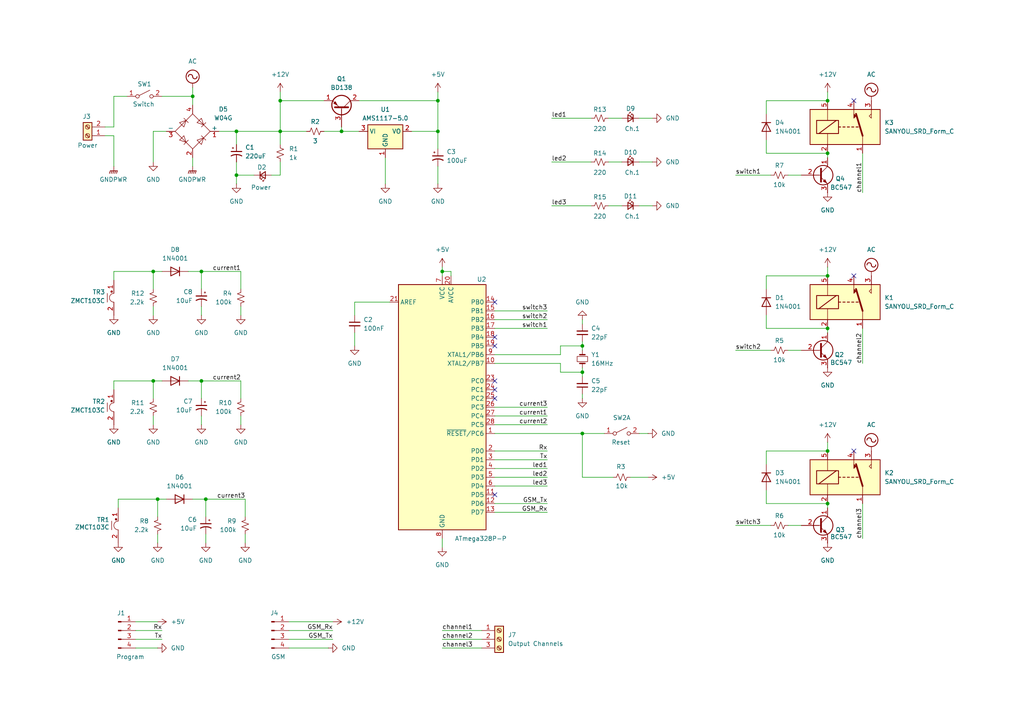
<source format=kicad_sch>
(kicad_sch (version 20231120) (generator "eeschema") (generator_version "8.0")
  (paper "A4")
  (lib_symbols
    (symbol "Connector:Conn_01x04_Pin" (pin_names (offset 1.016) hide)
      (property "Reference" "J" (at 0 5.08 0))
      (property "Value" "Conn_01x04_Pin" (at 0 -7.62 0))
      (symbol "Conn_01x04_Pin_1_1"
        (pin passive line (at 5.08 2.54 180) (length 3.81) (name "Pin_1") (number "1"))
        (pin passive line (at 5.08 0 180) (length 3.81) (name "Pin_2") (number "2"))
        (pin passive line (at 5.08 -2.54 180) (length 3.81) (name "Pin_3") (number "3"))
        (pin passive line (at 5.08 -5.08 180) (length 3.81) (name "Pin_4") (number "4"))
      )
    )
    (symbol "Connector:Screw_Terminal_01x02" (pin_names (offset 1.016) hide)
      (property "Reference" "J" (at 0 2.54 0))
      (property "Value" "Screw_Terminal_01x02" (at 0 -5.08 0))
      (symbol "Screw_Terminal_01x02_1_1"
        (pin passive line (at -5.08 0 0) (length 3.81) (name "Pin_1") (number "1"))
        (pin passive line (at -5.08 -2.54 0) (length 3.81) (name "Pin_2") (number "2"))
      )
    )
    (symbol "Connector:Screw_Terminal_01x03" (pin_names (offset 1.016) hide)
      (property "Reference" "J" (at 0 5.08 0))
      (property "Value" "Screw_Terminal_01x03" (at 0 -5.08 0))
      (symbol "Screw_Terminal_01x03_1_1"
        (pin passive line (at -5.08 2.54 0) (length 3.81) (name "Pin_1") (number "1"))
        (pin passive line (at -5.08 0 0) (length 3.81) (name "Pin_2") (number "2"))
        (pin passive line (at -5.08 -2.54 0) (length 3.81) (name "Pin_3") (number "3"))
      )
    )
    (symbol "Device:C_Polarized_Small_US" (pin_numbers hide) (pin_names (offset 0.254) hide)
      (property "Reference" "C" (at 0.254 1.778 0))
      (property "Value" "C_Polarized_Small_US" (at 0.254 -2.032 0))
      (symbol "C_Polarized_Small_US_1_1"
        (pin passive line (at 0 2.54 270) (length 2.032) (name "~") (number "1"))
        (pin passive line (at 0 -2.54 90) (length 2.032) (name "~") (number "2"))
      )
    )
    (symbol "Device:C_Small" (pin_numbers hide) (pin_names (offset 0.254) hide)
      (property "Reference" "C" (at 0.254 1.778 0))
      (property "Value" "C_Small" (at 0.254 -2.032 0))
      (symbol "C_Small_1_1"
        (pin passive line (at 0 2.54 270) (length 2.032) (name "~") (number "1"))
        (pin passive line (at 0 -2.54 90) (length 2.032) (name "~") (number "2"))
      )
    )
    (symbol "Device:Crystal_Small" (pin_numbers hide) (pin_names (offset 1.016) hide)
      (property "Reference" "Y" (at 0 2.54 0))
      (property "Value" "Crystal_Small" (at 0 -2.54 0))
      (symbol "Crystal_Small_1_1"
        (pin passive line (at -2.54 0 0) (length 1.27) (name "1") (number "1"))
        (pin passive line (at 2.54 0 180) (length 1.27) (name "2") (number "2"))
      )
    )
    (symbol "Device:LED_Small" (pin_numbers hide) (pin_names (offset 0.254) hide)
      (property "Reference" "D" (at -1.27 3.175 0))
      (property "Value" "LED_Small" (at -4.445 -2.54 0))
      (symbol "LED_Small_1_1"
        (pin passive line (at -2.54 0 0) (length 1.778) (name "K") (number "1"))
        (pin passive line (at 2.54 0 180) (length 1.778) (name "A") (number "2"))
      )
    )
    (symbol "Device:R_Small_US" (pin_numbers hide) (pin_names (offset 0.254) hide)
      (property "Reference" "R" (at 0.762 0.508 0))
      (property "Value" "R_Small_US" (at 0.762 -1.016 0))
      (symbol "R_Small_US_1_1"
        (pin passive line (at 0 2.54 270) (length 1.016) (name "~") (number "1"))
        (pin passive line (at 0 -2.54 90) (length 1.016) (name "~") (number "2"))
      )
    )
    (symbol "Diode:1N4001" (pin_numbers hide) (pin_names hide)
      (property "Reference" "D" (at 0 2.54 0))
      (property "Value" "1N4001" (at 0 -2.54 0))
      (symbol "1N4001_1_1"
        (pin passive line (at -3.81 0 0) (length 2.54) (name "K") (number "1"))
        (pin passive line (at 3.81 0 180) (length 2.54) (name "A") (number "2"))
      )
    )
    (symbol "Diode_Bridge:W04G" (pin_names (offset 0))
      (property "Reference" "D" (at 2.54 6.985 0))
      (property "Value" "W04G" (at 2.54 5.08 0))
      (symbol "W04G_1_1"
        (pin passive line (at 7.62 0 180) (length 2.54) (name "+") (number "1"))
        (pin passive line (at 0 -7.62 90) (length 2.54) (name "~") (number "2"))
        (pin passive line (at -7.62 0 0) (length 2.54) (name "-") (number "3"))
        (pin passive line (at 0 7.62 270) (length 2.54) (name "~") (number "4"))
      )
    )
    (symbol "MCU_Microchip_ATmega:ATmega328P-P"
      (property "Reference" "U" (at -12.7 36.83 0))
      (property "Value" "ATmega328P-P" (at 2.54 -36.83 0))
      (symbol "ATmega328P-P_1_1"
        (pin bidirectional line (at 15.24 -7.62 180) (length 2.54) (name "~{RESET}/PC6") (number "1"))
        (pin bidirectional line (at 15.24 12.7 180) (length 2.54) (name "XTAL2/PB7") (number "10"))
        (pin bidirectional line (at 15.24 -25.4 180) (length 2.54) (name "PD5") (number "11"))
        (pin bidirectional line (at 15.24 -27.94 180) (length 2.54) (name "PD6") (number "12"))
        (pin bidirectional line (at 15.24 -30.48 180) (length 2.54) (name "PD7") (number "13"))
        (pin bidirectional line (at 15.24 30.48 180) (length 2.54) (name "PB0") (number "14"))
        (pin bidirectional line (at 15.24 27.94 180) (length 2.54) (name "PB1") (number "15"))
        (pin bidirectional line (at 15.24 25.4 180) (length 2.54) (name "PB2") (number "16"))
        (pin bidirectional line (at 15.24 22.86 180) (length 2.54) (name "PB3") (number "17"))
        (pin bidirectional line (at 15.24 20.32 180) (length 2.54) (name "PB4") (number "18"))
        (pin bidirectional line (at 15.24 17.78 180) (length 2.54) (name "PB5") (number "19"))
        (pin bidirectional line (at 15.24 -12.7 180) (length 2.54) (name "PD0") (number "2"))
        (pin power_in line (at 2.54 38.1 270) (length 2.54) (name "AVCC") (number "20"))
        (pin passive line (at -15.24 30.48 0) (length 2.54) (name "AREF") (number "21"))
        (pin passive line (at 0 -38.1 90) (length 2.54) hide (name "GND") (number "22"))
        (pin bidirectional line (at 15.24 7.62 180) (length 2.54) (name "PC0") (number "23"))
        (pin bidirectional line (at 15.24 5.08 180) (length 2.54) (name "PC1") (number "24"))
        (pin bidirectional line (at 15.24 2.54 180) (length 2.54) (name "PC2") (number "25"))
        (pin bidirectional line (at 15.24 0 180) (length 2.54) (name "PC3") (number "26"))
        (pin bidirectional line (at 15.24 -2.54 180) (length 2.54) (name "PC4") (number "27"))
        (pin bidirectional line (at 15.24 -5.08 180) (length 2.54) (name "PC5") (number "28"))
        (pin bidirectional line (at 15.24 -15.24 180) (length 2.54) (name "PD1") (number "3"))
        (pin bidirectional line (at 15.24 -17.78 180) (length 2.54) (name "PD2") (number "4"))
        (pin bidirectional line (at 15.24 -20.32 180) (length 2.54) (name "PD3") (number "5"))
        (pin bidirectional line (at 15.24 -22.86 180) (length 2.54) (name "PD4") (number "6"))
        (pin power_in line (at 0 38.1 270) (length 2.54) (name "VCC") (number "7"))
        (pin power_in line (at 0 -38.1 90) (length 2.54) (name "GND") (number "8"))
        (pin bidirectional line (at 15.24 15.24 180) (length 2.54) (name "XTAL1/PB6") (number "9"))
      )
    )
    (symbol "Regulator_Linear:AMS1117-5.0"
      (property "Reference" "U" (at -3.81 3.175 0))
      (property "Value" "AMS1117-5.0" (at 0 3.175 0))
      (symbol "AMS1117-5.0_1_1"
        (pin power_in line (at 0 -7.62 90) (length 2.54) (name "GND") (number "1"))
        (pin power_out line (at 7.62 0 180) (length 2.54) (name "VO") (number "2"))
        (pin power_in line (at -7.62 0 0) (length 2.54) (name "VI") (number "3"))
      )
    )
    (symbol "Relay:SANYOU_SRD_Form_C"
      (property "Reference" "K" (at 11.43 3.81 0))
      (property "Value" "SANYOU_SRD_Form_C" (at 11.43 1.27 0))
      (symbol "SANYOU_SRD_Form_C_1_1"
        (pin passive line (at 5.08 -7.62 90) (length 2.54) (name "~") (number "1"))
        (pin passive line (at -5.08 -7.62 90) (length 2.54) (name "~") (number "2"))
        (pin passive line (at 7.62 7.62 270) (length 2.54) (name "~") (number "3"))
        (pin passive line (at 2.54 7.62 270) (length 2.54) (name "~") (number "4"))
        (pin passive line (at -5.08 7.62 270) (length 2.54) (name "~") (number "5"))
      )
    )
    (symbol "Switch:SW_DPST_x2" (pin_names (offset 0) hide)
      (property "Reference" "SW" (at 0 3.175 0))
      (property "Value" "SW_DPST_x2" (at 0 -2.54 0))
      (symbol "SW_DPST_x2_1_1"
        (pin passive line (at -5.08 0 0) (length 2.54) (name "A") (number "1"))
        (pin passive line (at 5.08 0 180) (length 2.54) (name "B") (number "2"))
      )
      (symbol "SW_DPST_x2_2_1"
        (pin passive line (at -5.08 0 0) (length 2.54) (name "A") (number "3"))
        (pin passive line (at 5.08 0 180) (length 2.54) (name "B") (number "4"))
      )
    )
    (symbol "Switch:SW_SPST" (pin_names (offset 0) hide)
      (property "Reference" "SW" (at 0 3.175 0))
      (property "Value" "SW_SPST" (at 0 -2.54 0))
      (symbol "SW_SPST_1_1"
        (pin passive line (at -5.08 0 0) (length 2.54) (name "A") (number "1"))
        (pin passive line (at 5.08 0 180) (length 2.54) (name "B") (number "2"))
      )
    )
    (symbol "Transformer:ZMCT103C"
      (property "Reference" "TR" (at 0 3.81 0))
      (property "Value" "ZMCT103C" (at 0 -2.54 0))
      (symbol "ZMCT103C_1_1"
        (pin passive line (at -5.08 0 0) (length 3.81) (name "~") (number "1"))
        (pin passive line (at 5.08 0 180) (length 3.81) (name "~") (number "2"))
      )
    )
    (symbol "Transistor_BJT:BC547" (pin_names (offset 0) hide)
      (property "Reference" "Q" (at 5.08 1.905 0))
      (property "Value" "BC547" (at 5.08 0 0))
      (symbol "BC547_1_1"
        (pin passive line (at 2.54 5.08 270) (length 2.54) (name "C") (number "1"))
        (pin input line (at -5.08 0 0) (length 5.08) (name "B") (number "2"))
        (pin passive line (at 2.54 -5.08 90) (length 2.54) (name "E") (number "3"))
      )
    )
    (symbol "Transistor_BJT:BD138" (pin_names (offset 0) hide)
      (property "Reference" "Q" (at 5.08 1.905 0))
      (property "Value" "BD138" (at 5.08 0 0))
      (symbol "BD138_1_1"
        (pin passive line (at 2.54 -5.08 90) (length 2.54) (name "E") (number "1"))
        (pin passive line (at 2.54 5.08 270) (length 2.54) (name "C") (number "2"))
        (pin input line (at -5.08 0 0) (length 5.08) (name "B") (number "3"))
      )
    )
    (symbol "power:+12V" (power) (pin_numbers hide) (pin_names (offset 0) hide)
      (property "Value" "+12V" (at 0 3.556 0))
      (symbol "+12V_1_1"
        (pin power_in line (at 0 0 90) (length 0) (name "~") (number "1"))
      )
    )
    (symbol "power:+5V" (power) (pin_numbers hide) (pin_names (offset 0) hide)
      (property "Value" "+5V" (at 0 3.556 0))
      (symbol "+5V_1_1"
        (pin power_in line (at 0 0 90) (length 0) (name "~") (number "1"))
      )
    )
    (symbol "power:AC" (power) (pin_numbers hide) (pin_names (offset 0) hide)
      (property "Value" "AC" (at 0 6.35 0))
      (symbol "AC_1_1"
        (pin power_in line (at 0 0 90) (length 0) (name "~") (number "1"))
      )
    )
    (symbol "power:GND" (power) (pin_numbers hide) (pin_names (offset 0) hide)
      (property "Value" "GND" (at 0 -3.81 0))
      (symbol "GND_1_1"
        (pin power_in line (at 0 0 270) (length 0) (name "~") (number "1"))
      )
    )
    (symbol "power:GNDPWR" (power) (pin_numbers hide) (pin_names (offset 0) hide)
      (property "Value" "GNDPWR" (at 0 -3.302 0))
      (symbol "GNDPWR_1_1"
        (pin power_in line (at 0 0 270) (length 0) (name "~") (number "1"))
      )
    )
  )
  (junction (at 240.03 29.21))
  (junction (at 99.06 38.1))
  (junction (at 240.03 80.01))
  (junction (at 168.91 107.95))
  (junction (at 240.03 130.81))
  (junction (at 44.45 110.49))
  (junction (at 68.58 50.8))
  (junction (at 59.69 144.78))
  (junction (at 68.58 38.1))
  (junction (at 58.42 78.74))
  (junction (at 240.03 95.25))
  (junction (at 127 29.21))
  (junction (at 128.27 78.74))
  (junction (at 58.42 110.49))
  (junction (at 44.45 78.74))
  (junction (at 240.03 44.45))
  (junction (at 81.28 29.21))
  (junction (at 45.72 144.78))
  (junction (at 168.91 125.73))
  (junction (at 240.03 146.05))
  (junction (at 127 38.1))
  (junction (at 81.28 38.1))
  (junction (at 168.91 100.33))
  (junction (at 55.88 27.94))
  (no_connect (at 143.51 143.51))
  (no_connect (at 247.65 80.01))
  (no_connect (at 143.51 100.33))
  (no_connect (at 143.51 87.63))
  (no_connect (at 143.51 115.57))
  (no_connect (at 143.51 113.03))
  (no_connect (at 143.51 110.49))
  (no_connect (at 247.65 130.81))
  (no_connect (at 247.65 29.21))
  (no_connect (at 143.51 97.79))
  (wire (pts (xy 59.69 144.78) (xy 59.69 149.86)))
  (wire (pts (xy 143.51 133.35) (xy 158.75 133.35)))
  (wire (pts (xy 250.19 44.45) (xy 250.19 55.88)))
  (wire (pts (xy 213.36 152.4) (xy 223.52 152.4)))
  (wire (pts (xy 44.45 78.74) (xy 44.45 83.82)))
  (wire (pts (xy 128.27 78.74) (xy 128.27 80.01)))
  (wire (pts (xy 143.51 105.41) (xy 162.56 105.41)))
  (wire (pts (xy 143.51 130.81) (xy 158.75 130.81)))
  (wire (pts (xy 240.03 44.45) (xy 240.03 45.72)))
  (wire (pts (xy 68.58 38.1) (xy 68.58 41.91)))
  (wire (pts (xy 45.72 144.78) (xy 45.72 149.86)))
  (wire (pts (xy 93.98 38.1) (xy 99.06 38.1)))
  (wire (pts (xy 128.27 156.21) (xy 128.27 158.75)))
  (wire (pts (xy 111.76 45.72) (xy 111.76 53.34)))
  (wire (pts (xy 44.45 110.49) (xy 33.02 110.49)))
  (wire (pts (xy 127 26.67) (xy 127 29.21)))
  (wire (pts (xy 44.45 110.49) (xy 44.45 115.57)))
  (wire (pts (xy 222.25 40.64) (xy 222.25 44.45)))
  (wire (pts (xy 240.03 95.25) (xy 240.03 96.52)))
  (wire (pts (xy 222.25 91.44) (xy 222.25 95.25)))
  (wire (pts (xy 68.58 50.8) (xy 68.58 53.34)))
  (wire (pts (xy 222.25 44.45) (xy 240.03 44.45)))
  (wire (pts (xy 83.82 185.42) (xy 96.52 185.42)))
  (wire (pts (xy 185.42 46.99) (xy 189.23 46.99)))
  (wire (pts (xy 240.03 146.05) (xy 240.03 147.32)))
  (wire (pts (xy 68.58 50.8) (xy 68.58 46.99)))
  (wire (pts (xy 36.83 27.94) (xy 33.02 27.94)))
  (wire (pts (xy 45.72 144.78) (xy 34.29 144.78)))
  (wire (pts (xy 168.91 125.73) (xy 175.26 125.73)))
  (wire (pts (xy 39.37 187.96) (xy 45.72 187.96)))
  (wire (pts (xy 58.42 110.49) (xy 69.85 110.49)))
  (wire (pts (xy 160.02 46.99) (xy 171.45 46.99)))
  (wire (pts (xy 30.48 39.37) (xy 33.02 39.37)))
  (wire (pts (xy 81.28 50.8) (xy 81.28 46.99)))
  (wire (pts (xy 168.91 138.43) (xy 168.91 125.73)))
  (wire (pts (xy 55.88 144.78) (xy 59.69 144.78)))
  (wire (pts (xy 102.87 96.52) (xy 102.87 100.33)))
  (wire (pts (xy 34.29 147.32) (xy 34.29 144.78)))
  (wire (pts (xy 104.14 29.21) (xy 127 29.21)))
  (wire (pts (xy 69.85 110.49) (xy 69.85 115.57)))
  (wire (pts (xy 143.51 123.19) (xy 158.75 123.19)))
  (wire (pts (xy 213.36 101.6) (xy 223.52 101.6)))
  (wire (pts (xy 128.27 182.88) (xy 139.7 182.88)))
  (wire (pts (xy 177.8 138.43) (xy 168.91 138.43)))
  (wire (pts (xy 143.51 120.65) (xy 158.75 120.65)))
  (wire (pts (xy 185.42 125.73) (xy 187.96 125.73)))
  (wire (pts (xy 128.27 187.96) (xy 139.7 187.96)))
  (wire (pts (xy 55.88 27.94) (xy 55.88 30.48)))
  (wire (pts (xy 228.6 152.4) (xy 232.41 152.4)))
  (wire (pts (xy 240.03 26.67) (xy 240.03 29.21)))
  (wire (pts (xy 71.12 144.78) (xy 71.12 149.86)))
  (wire (pts (xy 168.91 99.06) (xy 168.91 100.33)))
  (wire (pts (xy 113.03 87.63) (xy 102.87 87.63)))
  (wire (pts (xy 185.42 34.29) (xy 189.23 34.29)))
  (wire (pts (xy 143.51 92.71) (xy 158.75 92.71)))
  (wire (pts (xy 55.88 25.4) (xy 55.88 27.94)))
  (wire (pts (xy 99.06 36.83) (xy 99.06 38.1)))
  (wire (pts (xy 39.37 182.88) (xy 46.99 182.88)))
  (wire (pts (xy 222.25 130.81) (xy 240.03 130.81)))
  (wire (pts (xy 33.02 39.37) (xy 33.02 48.26)))
  (wire (pts (xy 250.19 146.05) (xy 250.19 156.21)))
  (wire (pts (xy 130.81 80.01) (xy 130.81 78.74)))
  (wire (pts (xy 162.56 102.87) (xy 143.51 102.87)))
  (wire (pts (xy 48.26 144.78) (xy 45.72 144.78)))
  (wire (pts (xy 127 29.21) (xy 127 38.1)))
  (wire (pts (xy 69.85 78.74) (xy 69.85 83.82)))
  (wire (pts (xy 143.51 125.73) (xy 168.91 125.73)))
  (wire (pts (xy 222.25 29.21) (xy 240.03 29.21)))
  (wire (pts (xy 222.25 33.02) (xy 222.25 29.21)))
  (wire (pts (xy 33.02 81.28) (xy 33.02 78.74)))
  (wire (pts (xy 168.91 92.71) (xy 168.91 93.98)))
  (wire (pts (xy 81.28 26.67) (xy 81.28 29.21)))
  (wire (pts (xy 69.85 88.9) (xy 69.85 91.44)))
  (wire (pts (xy 46.99 78.74) (xy 44.45 78.74)))
  (wire (pts (xy 33.02 113.03) (xy 33.02 110.49)))
  (wire (pts (xy 222.25 80.01) (xy 240.03 80.01)))
  (wire (pts (xy 185.42 59.69) (xy 189.23 59.69)))
  (wire (pts (xy 78.74 50.8) (xy 81.28 50.8)))
  (wire (pts (xy 46.99 110.49) (xy 44.45 110.49)))
  (wire (pts (xy 59.69 144.78) (xy 71.12 144.78)))
  (wire (pts (xy 58.42 120.65) (xy 58.42 123.19)))
  (wire (pts (xy 83.82 180.34) (xy 96.52 180.34)))
  (wire (pts (xy 63.5 38.1) (xy 68.58 38.1)))
  (wire (pts (xy 54.61 78.74) (xy 58.42 78.74)))
  (wire (pts (xy 143.51 148.59) (xy 158.75 148.59)))
  (wire (pts (xy 176.53 34.29) (xy 180.34 34.29)))
  (wire (pts (xy 69.85 120.65) (xy 69.85 123.19)))
  (wire (pts (xy 168.91 106.68) (xy 168.91 107.95)))
  (wire (pts (xy 162.56 100.33) (xy 162.56 102.87)))
  (wire (pts (xy 160.02 34.29) (xy 171.45 34.29)))
  (wire (pts (xy 143.51 146.05) (xy 158.75 146.05)))
  (wire (pts (xy 81.28 38.1) (xy 81.28 41.91)))
  (wire (pts (xy 44.45 38.1) (xy 44.45 46.99)))
  (wire (pts (xy 182.88 138.43) (xy 187.96 138.43)))
  (wire (pts (xy 222.25 83.82) (xy 222.25 80.01)))
  (wire (pts (xy 119.38 38.1) (xy 127 38.1)))
  (wire (pts (xy 44.45 120.65) (xy 44.45 123.19)))
  (wire (pts (xy 143.51 140.97) (xy 158.75 140.97)))
  (wire (pts (xy 143.51 138.43) (xy 158.75 138.43)))
  (wire (pts (xy 58.42 78.74) (xy 69.85 78.74)))
  (wire (pts (xy 39.37 180.34) (xy 45.72 180.34)))
  (wire (pts (xy 143.51 95.25) (xy 158.75 95.25)))
  (wire (pts (xy 44.45 78.74) (xy 33.02 78.74)))
  (wire (pts (xy 222.25 134.62) (xy 222.25 130.81)))
  (wire (pts (xy 46.99 27.94) (xy 55.88 27.94)))
  (wire (pts (xy 168.91 107.95) (xy 168.91 109.22)))
  (wire (pts (xy 81.28 29.21) (xy 93.98 29.21)))
  (wire (pts (xy 240.03 128.27) (xy 240.03 130.81)))
  (wire (pts (xy 250.19 95.25) (xy 250.19 105.41)))
  (wire (pts (xy 162.56 107.95) (xy 168.91 107.95)))
  (wire (pts (xy 222.25 95.25) (xy 240.03 95.25)))
  (wire (pts (xy 143.51 90.17) (xy 158.75 90.17)))
  (wire (pts (xy 71.12 154.94) (xy 71.12 157.48)))
  (wire (pts (xy 102.87 87.63) (xy 102.87 91.44)))
  (wire (pts (xy 128.27 78.74) (xy 128.27 77.47)))
  (wire (pts (xy 59.69 154.94) (xy 59.69 157.48)))
  (wire (pts (xy 176.53 59.69) (xy 180.34 59.69)))
  (wire (pts (xy 168.91 100.33) (xy 168.91 101.6)))
  (wire (pts (xy 58.42 78.74) (xy 58.42 83.82)))
  (wire (pts (xy 55.88 45.72) (xy 55.88 48.26)))
  (wire (pts (xy 168.91 114.3) (xy 168.91 115.57)))
  (wire (pts (xy 143.51 135.89) (xy 158.75 135.89)))
  (wire (pts (xy 68.58 38.1) (xy 81.28 38.1)))
  (wire (pts (xy 58.42 88.9) (xy 58.42 91.44)))
  (wire (pts (xy 228.6 101.6) (xy 232.41 101.6)))
  (wire (pts (xy 168.91 100.33) (xy 162.56 100.33)))
  (wire (pts (xy 127 38.1) (xy 127 43.18)))
  (wire (pts (xy 39.37 185.42) (xy 46.99 185.42)))
  (wire (pts (xy 222.25 146.05) (xy 240.03 146.05)))
  (wire (pts (xy 127 48.26) (xy 127 53.34)))
  (wire (pts (xy 33.02 36.83) (xy 30.48 36.83)))
  (wire (pts (xy 228.6 50.8) (xy 232.41 50.8)))
  (wire (pts (xy 130.81 78.74) (xy 128.27 78.74)))
  (wire (pts (xy 160.02 59.69) (xy 171.45 59.69)))
  (wire (pts (xy 44.45 38.1) (xy 48.26 38.1)))
  (wire (pts (xy 81.28 38.1) (xy 88.9 38.1)))
  (wire (pts (xy 45.72 154.94) (xy 45.72 157.48)))
  (wire (pts (xy 143.51 118.11) (xy 158.75 118.11)))
  (wire (pts (xy 83.82 187.96) (xy 95.25 187.96)))
  (wire (pts (xy 54.61 110.49) (xy 58.42 110.49)))
  (wire (pts (xy 73.66 50.8) (xy 68.58 50.8)))
  (wire (pts (xy 240.03 77.47) (xy 240.03 80.01)))
  (wire (pts (xy 83.82 182.88) (xy 96.52 182.88)))
  (wire (pts (xy 44.45 88.9) (xy 44.45 91.44)))
  (wire (pts (xy 128.27 185.42) (xy 139.7 185.42)))
  (wire (pts (xy 81.28 29.21) (xy 81.28 38.1)))
  (wire (pts (xy 176.53 46.99) (xy 180.34 46.99)))
  (wire (pts (xy 213.36 50.8) (xy 223.52 50.8)))
  (wire (pts (xy 58.42 110.49) (xy 58.42 115.57)))
  (wire (pts (xy 99.06 38.1) (xy 104.14 38.1)))
  (wire (pts (xy 162.56 105.41) (xy 162.56 107.95)))
  (wire (pts (xy 222.25 142.24) (xy 222.25 146.05)))
  (wire (pts (xy 33.02 27.94) (xy 33.02 36.83)))
  (label "switch3" (at 158.75 90.17 180))
  (label "Rx" (at 158.75 130.81 180))
  (label "current3" (at 71.12 144.78 180))
  (label "led3" (at 160.02 59.69 0))
  (label "led3" (at 158.75 140.97 180))
  (label "GSM_Rx" (at 158.75 148.59 180))
  (label "GSM_Rx" (at 96.52 182.88 180))
  (label "current2" (at 69.85 110.49 180))
  (label "switch2" (at 158.75 92.71 180))
  (label "switch1" (at 158.75 95.25 180))
  (label "Tx" (at 46.99 185.42 180))
  (label "channel3" (at 128.27 187.96 0))
  (label "channel1" (at 250.19 55.88 90))
  (label "Tx" (at 158.75 133.35 180))
  (label "switch3" (at 213.36 152.4 0))
  (label "current1" (at 69.85 78.74 180))
  (label "channel2" (at 250.19 105.41 90))
  (label "GSM_Tx" (at 158.75 146.05 180))
  (label "current1" (at 158.75 120.65 180))
  (label "switch2" (at 213.36 101.6 0))
  (label "channel3" (at 250.19 156.21 90))
  (label "Rx" (at 46.99 182.88 180))
  (label "led1" (at 158.75 135.89 180))
  (label "channel1" (at 128.27 182.88 0))
  (label "led2" (at 158.75 138.43 180))
  (label "led2" (at 160.02 46.99 0))
  (label "GSM_Tx" (at 96.52 185.42 180))
  (label "current2" (at 158.75 123.19 180))
  (label "switch1" (at 213.36 50.8 0))
  (label "current3" (at 158.75 118.11 180))
  (label "channel2" (at 128.27 185.42 0))
  (label "led1" (at 160.02 34.29 0))
  (symbol (lib_id "Device:R_Small_US") (at 44.45 118.11 0) (mirror y) (unit 1)
    (property "Reference" "R11" (at 41.91 116.8399 0) (effects (justify left)))
    (property "Value" "2.2k" (at 41.91 119.3799 0) (effects (justify left)))
    (property "Footprint" "Resistor_THT:R_Axial_DIN0207_L6.3mm_D2.5mm_P10.16mm_Horizontal" (effects (hide yes)))
    (property "Description" "Resistor, small US symbol" (effects (hide yes)))
  )
  (symbol (lib_id "Connector:Screw_Terminal_01x02") (at 25.4 39.37 180) (unit 1)
    (property "Reference" "J3" (at 25.146 33.782 0))
    (property "Value" "Power" (at 25.4 42.164 0))
    (property "Footprint" "TerminalBlock:TerminalBlock_bornier-2_P5.08mm" (effects (hide yes)))
    (property "Description" "Generic screw terminal, single row, 01x02, script generated (kicad-library-utils/schlib/autogen/connector/)" (effects (hide yes)))
  )
  (symbol (lib_id "Device:R_Small_US") (at 71.12 152.4 0) (mirror y) (unit 1)
    (property "Reference" "R9" (at 68.58 151.1299 0) (effects (justify left)))
    (property "Value" "100k" (at 68.58 153.6699 0) (effects (justify left)))
    (property "Footprint" "Resistor_THT:R_Axial_DIN0207_L6.3mm_D2.5mm_P10.16mm_Horizontal" (effects (hide yes)))
    (property "Description" "Resistor, small US symbol" (effects (hide yes)))
  )
  (symbol (lib_id "power:AC") (at 252.73 80.01 0) (unit 1)
    (property "Reference" "#PWR027" (effects (hide yes)))
    (property "Value" "AC" (at 252.73 72.39 0))
    (property "Description" "Power symbol creates a global label with name \"AC\"" (effects (hide yes)))
  )
  (symbol (lib_id "power:GND") (at 34.29 157.48 0) (mirror y) (unit 1)
    (property "Reference" "#PWR035" (effects (hide yes)))
    (property "Value" "GND" (at 34.29 162.56 0))
    (property "Description" "Power symbol creates a global label with name \"GND\" , ground" (effects (hide yes)))
  )
  (symbol (lib_id "Transistor_BJT:BC547") (at 237.49 152.4 0) (unit 1)
    (property "Reference" "Q3" (at 242.316 153.67 0) (effects (justify left)))
    (property "Value" "BC547" (at 240.792 155.702 0) (effects (justify left)))
    (property "Footprint" "Package_TO_SOT_THT:TO-92_Inline" (effects (hide yes)))
    (property "Datasheet" "https://www.onsemi.com/pub/Collateral/BC550-D.pdf" (effects (hide yes)))
    (property "Description" "0.1A Ic, 45V Vce, Small Signal NPN Transistor, TO-92" (effects (hide yes)))
  )
  (symbol (lib_id "Device:C_Polarized_Small_US") (at 58.42 118.11 0) (mirror y) (unit 1)
    (property "Reference" "C7" (at 55.88 116.4081 0) (effects (justify left)))
    (property "Value" "10uF" (at 55.88 118.9481 0) (effects (justify left)))
    (property "Footprint" "Capacitor_THT:CP_Radial_D5.0mm_P2.50mm" (effects (hide yes)))
    (property "Description" "Polarized capacitor, small US symbol" (effects (hide yes)))
  )
  (symbol (lib_id "power:GND") (at 95.25 187.96 90) (unit 1)
    (property "Reference" "#PWR08" (effects (hide yes)))
    (property "Value" "GND" (at 99.06 187.9599 90) (effects (justify right)))
    (property "Description" "Power symbol creates a global label with name \"GND\" , ground" (effects (hide yes)))
  )
  (symbol (lib_id "Device:R_Small_US") (at 81.28 44.45 0) (unit 1)
    (property "Reference" "R1" (at 83.82 43.1799 0) (effects (justify left)))
    (property "Value" "1k" (at 83.82 45.7199 0) (effects (justify left)))
    (property "Footprint" "Resistor_THT:R_Axial_DIN0207_L6.3mm_D2.5mm_P10.16mm_Horizontal" (effects (hide yes)))
    (property "Description" "Resistor, small US symbol" (effects (hide yes)))
  )
  (symbol (lib_id "Diode:1N4001") (at 50.8 110.49 0) (mirror y) (unit 1)
    (property "Reference" "D7" (at 50.8 104.14 0))
    (property "Value" "1N4001" (at 50.8 106.68 0))
    (property "Footprint" "Diode_THT:D_DO-41_SOD81_P10.16mm_Horizontal" (effects (hide yes)))
    (property "Datasheet" "http://www.vishay.com/docs/88503/1n4001.pdf" (effects (hide yes)))
    (property "Description" "50V 1A General Purpose Rectifier Diode, DO-41" (effects (hide yes)))
    (property "Sim.Device" "D" (effects (hide yes)))
    (property "Sim.Pins" "1=K 2=A" (effects (hide yes)))
  )
  (symbol (lib_id "power:GND") (at 189.23 46.99 90) (unit 1)
    (property "Reference" "#PWR020" (effects (hide yes)))
    (property "Value" "GND" (at 193.04 46.9899 90) (effects (justify right)))
    (property "Description" "Power symbol creates a global label with name \"GND\" , ground" (effects (hide yes)))
  )
  (symbol (lib_id "Relay:SANYOU_SRD_Form_C") (at 245.11 87.63 0) (unit 1)
    (property "Reference" "K1" (at 256.54 86.3599 0) (effects (justify left)))
    (property "Value" "SANYOU_SRD_Form_C" (at 256.54 88.8999 0) (effects (justify left)))
    (property "Footprint" "Relay_THT:Relay_SPDT_SANYOU_SRD_Series_Form_C" (effects (hide yes)))
    (property "Datasheet" "http://www.sanyourelay.ca/public/products/pdf/SRD.pdf" (effects (hide yes)))
    (property "Description" "Sanyo SRD relay, Single Pole Miniature Power Relay," (effects (hide yes)))
  )
  (symbol (lib_id "power:GND") (at 187.96 125.73 90) (unit 1)
    (property "Reference" "#PWR044" (effects (hide yes)))
    (property "Value" "GND" (at 191.77 125.7299 90) (effects (justify right)))
    (property "Description" "Power symbol creates a global label with name \"GND\" , ground" (effects (hide yes)))
  )
  (symbol (lib_id "power:GND") (at 44.45 46.99 0) (unit 1)
    (property "Reference" "#PWR02" (effects (hide yes)))
    (property "Value" "GND" (at 44.45 52.07 0))
    (property "Description" "Power symbol creates a global label with name \"GND\" , ground" (effects (hide yes)))
  )
  (symbol (lib_id "Transformer:ZMCT103C") (at 33.02 118.11 90) (mirror x) (unit 1)
    (property "Reference" "TR2" (at 30.48 116.4589 90) (effects (justify left)))
    (property "Value" "ZMCT103C" (at 30.48 118.9989 90) (effects (justify left)))
    (property "Footprint" "Transformer_THT:Transformer_Zeming_ZMCT103C" (effects (hide yes)))
    (property "Datasheet" "https://5krorwxhmqqirik.leadongcdn.com/ZMCT103C+specification-aidirBqoKomRilSjpimnokp.pdf" (effects (hide yes)))
    (property "Description" "Qingxian Zeming Langxi Electronic ZMCT103C current transformer 1000:1 10A" (effects (hide yes)))
  )
  (symbol (lib_id "power:GND") (at 58.42 91.44 0) (mirror y) (unit 1)
    (property "Reference" "#PWR05" (effects (hide yes)))
    (property "Value" "GND" (at 58.42 96.52 0))
    (property "Description" "Power symbol creates a global label with name \"GND\" , ground" (effects (hide yes)))
  )
  (symbol (lib_id "Device:R_Small_US") (at 69.85 118.11 0) (mirror y) (unit 1)
    (property "Reference" "R10" (at 67.31 116.8399 0) (effects (justify left)))
    (property "Value" "100k" (at 67.31 119.3799 0) (effects (justify left)))
    (property "Footprint" "Resistor_THT:R_Axial_DIN0207_L6.3mm_D2.5mm_P10.16mm_Horizontal" (effects (hide yes)))
    (property "Description" "Resistor, small US symbol" (effects (hide yes)))
  )
  (symbol (lib_id "power:+5V") (at 127 26.67 0) (unit 1)
    (property "Reference" "#PWR016" (effects (hide yes)))
    (property "Value" "+5V" (at 127 21.59 0))
    (property "Description" "Power symbol creates a global label with name \"+5V\"" (effects (hide yes)))
  )
  (symbol (lib_id "power:+12V") (at 240.03 26.67 0) (unit 1)
    (property "Reference" "#PWR031" (effects (hide yes)))
    (property "Value" "+12V" (at 240.03 21.59 0))
    (property "Description" "Power symbol creates a global label with name \"+12V\"" (effects (hide yes)))
  )
  (symbol (lib_id "power:GNDPWR") (at 55.88 48.26 0) (unit 1)
    (property "Reference" "#PWR037" (effects (hide yes)))
    (property "Value" "GNDPWR" (at 55.753 52.07 0))
    (property "Description" "Power symbol creates a global label with name \"GNDPWR\" , global ground" (effects (hide yes)))
  )
  (symbol (lib_id "Relay:SANYOU_SRD_Form_C") (at 245.11 36.83 0) (unit 1)
    (property "Reference" "K3" (at 256.54 35.5599 0) (effects (justify left)))
    (property "Value" "SANYOU_SRD_Form_C" (at 256.54 38.0999 0) (effects (justify left)))
    (property "Footprint" "Relay_THT:Relay_SPDT_SANYOU_SRD_Series_Form_C" (effects (hide yes)))
    (property "Datasheet" "http://www.sanyourelay.ca/public/products/pdf/SRD.pdf" (effects (hide yes)))
    (property "Description" "Sanyo SRD relay, Single Pole Miniature Power Relay," (effects (hide yes)))
  )
  (symbol (lib_id "power:+5V") (at 45.72 180.34 270) (unit 1)
    (property "Reference" "#PWR014" (effects (hide yes)))
    (property "Value" "+5V" (at 49.53 180.3399 90) (effects (justify left)))
    (property "Description" "Power symbol creates a global label with name \"+5V\"" (effects (hide yes)))
  )
  (symbol (lib_id "Device:R_Small_US") (at 226.06 152.4 90) (unit 1)
    (property "Reference" "R6" (at 226.06 149.606 90))
    (property "Value" "10k" (at 226.06 155.194 90))
    (property "Footprint" "Resistor_THT:R_Axial_DIN0207_L6.3mm_D2.5mm_P10.16mm_Horizontal" (effects (hide yes)))
    (property "Description" "Resistor, small US symbol" (effects (hide yes)))
  )
  (symbol (lib_id "Diode:1N4001") (at 222.25 138.43 270) (unit 1)
    (property "Reference" "D3" (at 224.79 137.1599 90) (effects (justify left)))
    (property "Value" "1N4001" (at 224.79 139.6999 90) (effects (justify left)))
    (property "Footprint" "Diode_THT:D_DO-41_SOD81_P10.16mm_Horizontal" (effects (hide yes)))
    (property "Datasheet" "http://www.vishay.com/docs/88503/1n4001.pdf" (effects (hide yes)))
    (property "Description" "50V 1A General Purpose Rectifier Diode, DO-41" (effects (hide yes)))
    (property "Sim.Device" "D" (effects (hide yes)))
    (property "Sim.Pins" "1=K 2=A" (effects (hide yes)))
  )
  (symbol (lib_id "Device:C_Small") (at 168.91 96.52 180) (unit 1)
    (property "Reference" "C4" (at 171.45 95.2435 0) (effects (justify right)))
    (property "Value" "22pF" (at 171.45 97.7835 0) (effects (justify right)))
    (property "Footprint" "Capacitor_THT:C_Disc_D3.0mm_W1.6mm_P2.50mm" (effects (hide yes)))
    (property "Description" "Unpolarized capacitor, small symbol" (effects (hide yes)))
  )
  (symbol (lib_id "Device:R_Small_US") (at 180.34 138.43 90) (unit 1)
    (property "Reference" "R3" (at 180.086 135.382 90))
    (property "Value" "10k" (at 180.34 140.97 90))
    (property "Footprint" "Resistor_THT:R_Axial_DIN0207_L6.3mm_D2.5mm_P10.16mm_Horizontal" (effects (hide yes)))
    (property "Description" "Resistor, small US symbol" (effects (hide yes)))
  )
  (symbol (lib_id "Connector:Screw_Terminal_01x03") (at 144.78 185.42 0) (unit 1)
    (property "Reference" "J7" (at 147.32 184.1499 0) (effects (justify left)))
    (property "Value" "Output Channels" (at 147.32 186.6899 0) (effects (justify left)))
    (property "Footprint" "TerminalBlock:TerminalBlock_bornier-3_P5.08mm" (effects (hide yes)))
    (property "Description" "Generic screw terminal, single row, 01x03, script generated (kicad-library-utils/schlib/autogen/connector/)" (effects (hide yes)))
  )
  (symbol (lib_id "Diode:1N4001") (at 222.25 36.83 270) (unit 1)
    (property "Reference" "D4" (at 224.79 35.5599 90) (effects (justify left)))
    (property "Value" "1N4001" (at 224.79 38.0999 90) (effects (justify left)))
    (property "Footprint" "Diode_THT:D_DO-41_SOD81_P10.16mm_Horizontal" (effects (hide yes)))
    (property "Datasheet" "http://www.vishay.com/docs/88503/1n4001.pdf" (effects (hide yes)))
    (property "Description" "50V 1A General Purpose Rectifier Diode, DO-41" (effects (hide yes)))
    (property "Sim.Device" "D" (effects (hide yes)))
    (property "Sim.Pins" "1=K 2=A" (effects (hide yes)))
  )
  (symbol (lib_id "power:GND") (at 58.42 123.19 0) (mirror y) (unit 1)
    (property "Reference" "#PWR041" (effects (hide yes)))
    (property "Value" "GND" (at 58.42 128.27 0))
    (property "Description" "Power symbol creates a global label with name \"GND\" , ground" (effects (hide yes)))
  )
  (symbol (lib_id "Device:R_Small_US") (at 173.99 59.69 90) (unit 1)
    (property "Reference" "R15" (at 173.99 57.15 90))
    (property "Value" "220" (at 173.99 62.738 90))
    (property "Footprint" "Resistor_THT:R_Axial_DIN0207_L6.3mm_D2.5mm_P10.16mm_Horizontal" (effects (hide yes)))
    (property "Description" "Resistor, small US symbol" (effects (hide yes)))
  )
  (symbol (lib_id "power:GND") (at 128.27 158.75 0) (unit 1)
    (property "Reference" "#PWR019" (effects (hide yes)))
    (property "Value" "GND" (at 128.27 163.83 0))
    (property "Description" "Power symbol creates a global label with name \"GND\" , ground" (effects (hide yes)))
  )
  (symbol (lib_id "power:+12V") (at 240.03 128.27 0) (unit 1)
    (property "Reference" "#PWR028" (effects (hide yes)))
    (property "Value" "+12V" (at 240.03 123.19 0))
    (property "Description" "Power symbol creates a global label with name \"+12V\"" (effects (hide yes)))
  )
  (symbol (lib_id "power:GND") (at 240.03 157.48 0) (unit 1)
    (property "Reference" "#PWR029" (effects (hide yes)))
    (property "Value" "GND" (at 240.03 162.56 0))
    (property "Description" "Power symbol creates a global label with name \"GND\" , ground" (effects (hide yes)))
  )
  (symbol (lib_id "Device:C_Small") (at 102.87 93.98 0) (unit 1)
    (property "Reference" "C2" (at 105.41 92.7162 0) (effects (justify left)))
    (property "Value" "100nF" (at 105.41 95.2562 0) (effects (justify left)))
    (property "Footprint" "Capacitor_THT:C_Disc_D3.0mm_W1.6mm_P2.50mm" (effects (hide yes)))
    (property "Description" "Unpolarized capacitor, small symbol" (effects (hide yes)))
  )
  (symbol (lib_id "Diode:1N4001") (at 222.25 87.63 270) (unit 1)
    (property "Reference" "D1" (at 224.79 86.3599 90) (effects (justify left)))
    (property "Value" "1N4001" (at 224.79 88.8999 90) (effects (justify left)))
    (property "Footprint" "Diode_THT:D_DO-41_SOD81_P10.16mm_Horizontal" (effects (hide yes)))
    (property "Datasheet" "http://www.vishay.com/docs/88503/1n4001.pdf" (effects (hide yes)))
    (property "Description" "50V 1A General Purpose Rectifier Diode, DO-41" (effects (hide yes)))
    (property "Sim.Device" "D" (effects (hide yes)))
    (property "Sim.Pins" "1=K 2=A" (effects (hide yes)))
  )
  (symbol (lib_id "Switch:SW_SPST") (at 41.91 27.94 0) (unit 1)
    (property "Reference" "SW1" (at 41.91 24.384 0))
    (property "Value" "Switch" (at 41.656 30.226 0))
    (property "Footprint" "TestPoint:TestPoint_2Pads_Pitch2.54mm_Drill0.8mm" (effects (hide yes)))
    (property "Description" "Single Pole Single Throw (SPST) switch" (effects (hide yes)))
  )
  (symbol (lib_id "Device:LED_Small") (at 182.88 46.99 0) (mirror y) (unit 1)
    (property "Reference" "D10" (at 182.88 44.196 0))
    (property "Value" "Ch.1" (at 183.388 50.038 0))
    (property "Footprint" "LED_THT:LED_D3.0mm" (effects (hide yes)))
    (property "Description" "Light emitting diode, small symbol" (effects (hide yes)))
  )
  (symbol (lib_id "power:GNDPWR") (at 33.02 48.26 0) (unit 1)
    (property "Reference" "#PWR038" (effects (hide yes)))
    (property "Value" "GNDPWR" (at 32.893 52.07 0))
    (property "Description" "Power symbol creates a global label with name \"GNDPWR\" , global ground" (effects (hide yes)))
  )
  (symbol (lib_id "Transformer:ZMCT103C") (at 34.29 152.4 90) (mirror x) (unit 1)
    (property "Reference" "TR1" (at 31.75 150.7489 90) (effects (justify left)))
    (property "Value" "ZMCT103C" (at 31.75 152.908 90) (effects (justify left)))
    (property "Footprint" "Transformer_THT:Transformer_Zeming_ZMCT103C" (effects (hide yes)))
    (property "Datasheet" "https://5krorwxhmqqirik.leadongcdn.com/ZMCT103C+specification-aidirBqoKomRilSjpimnokp.pdf" (effects (hide yes)))
    (property "Description" "Qingxian Zeming Langxi Electronic ZMCT103C current transformer 1000:1 10A" (effects (hide yes)))
  )
  (symbol (lib_id "power:+12V") (at 240.03 77.47 0) (unit 1)
    (property "Reference" "#PWR025" (effects (hide yes)))
    (property "Value" "+12V" (at 240.03 72.39 0))
    (property "Description" "Power symbol creates a global label with name \"+12V\"" (effects (hide yes)))
  )
  (symbol (lib_id "Connector:Conn_01x04_Pin") (at 78.74 182.88 0) (unit 1)
    (property "Reference" "J4" (at 80.772 177.8 0) (effects (justify right)))
    (property "Value" "GSM" (at 82.804 190.5 0) (effects (justify right)))
    (property "Footprint" "Connector_PinHeader_2.54mm:PinHeader_1x04_P2.54mm_Vertical" (effects (hide yes)))
    (property "Description" "Generic connector, single row, 01x04, script generated" (effects (hide yes)))
  )
  (symbol (lib_id "Regulator_Linear:AMS1117-5.0") (at 111.76 38.1 0) (unit 1)
    (property "Reference" "U1" (at 111.76 31.75 0))
    (property "Value" "AMS1117-5.0" (at 111.76 34.29 0))
    (property "Footprint" "Package_TO_SOT_SMD:SOT-223-3_TabPin2" (effects (hide yes)))
    (property "Datasheet" "http://www.advanced-monolithic.com/pdf/ds1117.pdf" (effects (hide yes)))
    (property "Description" "1A Low Dropout regulator, positive, 5.0V fixed output, SOT-223" (effects (hide yes)))
  )
  (symbol (lib_id "power:GND") (at 240.03 55.88 0) (unit 1)
    (property "Reference" "#PWR032" (effects (hide yes)))
    (property "Value" "GND" (at 240.03 60.96 0))
    (property "Description" "Power symbol creates a global label with name \"GND\" , ground" (effects (hide yes)))
  )
  (symbol (lib_id "power:GND") (at 45.72 157.48 0) (mirror y) (unit 1)
    (property "Reference" "#PWR01" (effects (hide yes)))
    (property "Value" "GND" (at 45.72 162.56 0))
    (property "Description" "Power symbol creates a global label with name \"GND\" , ground" (effects (hide yes)))
  )
  (symbol (lib_id "Device:C_Small") (at 168.91 111.76 180) (unit 1)
    (property "Reference" "C5" (at 171.45 110.4835 0) (effects (justify right)))
    (property "Value" "22pF" (at 171.45 113.0235 0) (effects (justify right)))
    (property "Footprint" "Capacitor_THT:C_Disc_D3.0mm_W1.6mm_P2.50mm" (effects (hide yes)))
    (property "Description" "Unpolarized capacitor, small symbol" (effects (hide yes)))
  )
  (symbol (lib_id "Device:LED_Small") (at 76.2 50.8 0) (mirror x) (unit 1)
    (property "Reference" "D2" (at 75.946 48.514 0))
    (property "Value" "Power" (at 75.692 54.356 0))
    (property "Footprint" "LED_THT:LED_D3.0mm" (effects (hide yes)))
    (property "Description" "Light emitting diode, small symbol" (effects (hide yes)))
  )
  (symbol (lib_id "power:GND") (at 168.91 115.57 0) (unit 1)
    (property "Reference" "#PWR023" (effects (hide yes)))
    (property "Value" "GND" (at 168.91 120.65 0))
    (property "Description" "Power symbol creates a global label with name \"GND\" , ground" (effects (hide yes)))
  )
  (symbol (lib_id "power:GND") (at 33.02 91.44 0) (mirror y) (unit 1)
    (property "Reference" "#PWR011" (effects (hide yes)))
    (property "Value" "GND" (at 33.02 96.52 0))
    (property "Description" "Power symbol creates a global label with name \"GND\" , ground" (effects (hide yes)))
  )
  (symbol (lib_id "power:GND") (at 69.85 123.19 0) (mirror y) (unit 1)
    (property "Reference" "#PWR040" (effects (hide yes)))
    (property "Value" "GND" (at 69.85 128.27 0))
    (property "Description" "Power symbol creates a global label with name \"GND\" , ground" (effects (hide yes)))
  )
  (symbol (lib_id "Transistor_BJT:BC547") (at 237.49 50.8 0) (unit 1)
    (property "Reference" "Q4" (at 242.316 51.816 0) (effects (justify left)))
    (property "Value" "BC547" (at 240.792 54.356 0) (effects (justify left)))
    (property "Footprint" "Package_TO_SOT_THT:TO-92_Inline" (effects (hide yes)))
    (property "Datasheet" "https://www.onsemi.com/pub/Collateral/BC550-D.pdf" (effects (hide yes)))
    (property "Description" "0.1A Ic, 45V Vce, Small Signal NPN Transistor, TO-92" (effects (hide yes)))
  )
  (symbol (lib_id "Relay:SANYOU_SRD_Form_C") (at 245.11 138.43 0) (unit 1)
    (property "Reference" "K2" (at 256.54 137.1599 0) (effects (justify left)))
    (property "Value" "SANYOU_SRD_Form_C" (at 256.54 139.6999 0) (effects (justify left)))
    (property "Footprint" "Relay_THT:Relay_SPDT_SANYOU_SRD_Series_Form_C" (effects (hide yes)))
    (property "Datasheet" "http://www.sanyourelay.ca/public/products/pdf/SRD.pdf" (effects (hide yes)))
    (property "Description" "Sanyo SRD relay, Single Pole Miniature Power Relay," (effects (hide yes)))
  )
  (symbol (lib_id "Device:R_Small_US") (at 173.99 46.99 90) (unit 1)
    (property "Reference" "R14" (at 173.99 44.45 90))
    (property "Value" "220" (at 173.99 50.038 90))
    (property "Footprint" "Resistor_THT:R_Axial_DIN0207_L6.3mm_D2.5mm_P10.16mm_Horizontal" (effects (hide yes)))
    (property "Description" "Resistor, small US symbol" (effects (hide yes)))
  )
  (symbol (lib_id "Device:R_Small_US") (at 45.72 152.4 0) (mirror y) (unit 1)
    (property "Reference" "R8" (at 43.18 151.1299 0) (effects (justify left)))
    (property "Value" "2.2k" (at 43.18 153.6699 0) (effects (justify left)))
    (property "Footprint" "Resistor_THT:R_Axial_DIN0207_L6.3mm_D2.5mm_P10.16mm_Horizontal" (effects (hide yes)))
    (property "Description" "Resistor, small US symbol" (effects (hide yes)))
  )
  (symbol (lib_id "Device:C_Polarized_Small_US") (at 127 45.72 0) (unit 1)
    (property "Reference" "C3" (at 129.54 44.0181 0) (effects (justify left)))
    (property "Value" "100uF" (at 129.54 46.5581 0) (effects (justify left)))
    (property "Footprint" "Capacitor_THT:CP_Radial_D5.0mm_P2.50mm" (effects (hide yes)))
    (property "Description" "Polarized capacitor, small US symbol" (effects (hide yes)))
  )
  (symbol (lib_id "Device:R_Small_US") (at 44.45 86.36 0) (mirror y) (unit 1)
    (property "Reference" "R12" (at 41.91 85.0899 0) (effects (justify left)))
    (property "Value" "2.2k" (at 41.91 87.6299 0) (effects (justify left)))
    (property "Footprint" "Resistor_THT:R_Axial_DIN0207_L6.3mm_D2.5mm_P10.16mm_Horizontal" (effects (hide yes)))
    (property "Description" "Resistor, small US symbol" (effects (hide yes)))
  )
  (symbol (lib_id "power:GND") (at 111.76 53.34 0) (unit 1)
    (property "Reference" "#PWR013" (effects (hide yes)))
    (property "Value" "GND" (at 111.76 58.42 0))
    (property "Description" "Power symbol creates a global label with name \"GND\" , ground" (effects (hide yes)))
  )
  (symbol (lib_id "Device:C_Polarized_Small_US") (at 58.42 86.36 0) (mirror y) (unit 1)
    (property "Reference" "C8" (at 55.88 84.6581 0) (effects (justify left)))
    (property "Value" "10uF" (at 55.88 87.1981 0) (effects (justify left)))
    (property "Footprint" "Capacitor_THT:CP_Radial_D5.0mm_P2.50mm" (effects (hide yes)))
    (property "Description" "Polarized capacitor, small US symbol" (effects (hide yes)))
  )
  (symbol (lib_id "Diode:1N4001") (at 52.07 144.78 0) (mirror y) (unit 1)
    (property "Reference" "D6" (at 52.07 138.43 0))
    (property "Value" "1N4001" (at 52.07 140.97 0))
    (property "Footprint" "Diode_THT:D_DO-41_SOD81_P10.16mm_Horizontal" (effects (hide yes)))
    (property "Datasheet" "http://www.vishay.com/docs/88503/1n4001.pdf" (effects (hide yes)))
    (property "Description" "50V 1A General Purpose Rectifier Diode, DO-41" (effects (hide yes)))
    (property "Sim.Device" "D" (effects (hide yes)))
    (property "Sim.Pins" "1=K 2=A" (effects (hide yes)))
  )
  (symbol (lib_id "power:GND") (at 69.85 91.44 0) (mirror y) (unit 1)
    (property "Reference" "#PWR04" (effects (hide yes)))
    (property "Value" "GND" (at 69.85 96.52 0))
    (property "Description" "Power symbol creates a global label with name \"GND\" , ground" (effects (hide yes)))
  )
  (symbol (lib_id "power:GND") (at 33.02 123.19 0) (mirror y) (unit 1)
    (property "Reference" "#PWR043" (effects (hide yes)))
    (property "Value" "GND" (at 33.02 128.27 0))
    (property "Description" "Power symbol creates a global label with name \"GND\" , ground" (effects (hide yes)))
  )
  (symbol (lib_id "Transistor_BJT:BC547") (at 237.49 101.6 0) (unit 1)
    (property "Reference" "Q2" (at 242.062 102.87 0) (effects (justify left)))
    (property "Value" "BC547" (at 240.792 105.156 0) (effects (justify left)))
    (property "Footprint" "Package_TO_SOT_THT:TO-92_Inline" (effects (hide yes)))
    (property "Datasheet" "https://www.onsemi.com/pub/Collateral/BC550-D.pdf" (effects (hide yes)))
    (property "Description" "0.1A Ic, 45V Vce, Small Signal NPN Transistor, TO-92" (effects (hide yes)))
  )
  (symbol (lib_id "MCU_Microchip_ATmega:ATmega328P-P") (at 128.27 118.11 0) (unit 1)
    (property "Reference" "U2" (at 139.7 81.026 0))
    (property "Value" "ATmega328P-P" (at 139.446 156.21 0))
    (property "Footprint" "Package_DIP:DIP-28_W7.62mm_Socket_LongPads" (effects (hide yes)))
    (property "Datasheet" "http://ww1.microchip.com/downloads/en/DeviceDoc/ATmega328_P%20AVR%20MCU%20with%20picoPower%20Technology%20Data%20Sheet%2040001984A.pdf" (effects (hide yes)))
    (property "Description" "20MHz, 32kB Flash, 2kB SRAM, 1kB EEPROM, DIP-28" (effects (hide yes)))
  )
  (symbol (lib_id "power:AC") (at 252.73 29.21 0) (unit 1)
    (property "Reference" "#PWR033" (effects (hide yes)))
    (property "Value" "AC" (at 252.73 21.59 0))
    (property "Description" "Power symbol creates a global label with name \"AC\"" (effects (hide yes)))
  )
  (symbol (lib_id "Connector:Conn_01x04_Pin") (at 34.29 182.88 0) (unit 1)
    (property "Reference" "J1" (at 36.322 177.8 0) (effects (justify right)))
    (property "Value" "Program" (at 41.91 190.5 0) (effects (justify right)))
    (property "Footprint" "Connector_PinHeader_2.54mm:PinHeader_1x04_P2.54mm_Vertical" (effects (hide yes)))
    (property "Description" "Generic connector, single row, 01x04, script generated" (effects (hide yes)))
  )
  (symbol (lib_id "Device:LED_Small") (at 182.88 59.69 0) (mirror y) (unit 1)
    (property "Reference" "D11" (at 182.88 56.896 0))
    (property "Value" "Ch.1" (at 183.388 62.738 0))
    (property "Footprint" "LED_THT:LED_D3.0mm" (effects (hide yes)))
    (property "Description" "Light emitting diode, small symbol" (effects (hide yes)))
  )
  (symbol (lib_id "Device:R_Small_US") (at 69.85 86.36 0) (mirror y) (unit 1)
    (property "Reference" "R4" (at 67.31 85.0899 0) (effects (justify left)))
    (property "Value" "100k" (at 67.31 87.6299 0) (effects (justify left)))
    (property "Footprint" "Resistor_THT:R_Axial_DIN0207_L6.3mm_D2.5mm_P10.16mm_Horizontal" (effects (hide yes)))
    (property "Description" "Resistor, small US symbol" (effects (hide yes)))
  )
  (symbol (lib_id "power:AC") (at 55.88 25.4 0) (unit 1)
    (property "Reference" "#PWR039" (effects (hide yes)))
    (property "Value" "AC" (at 55.88 17.78 0))
    (property "Description" "Power symbol creates a global label with name \"AC\"" (effects (hide yes)))
  )
  (symbol (lib_id "Device:C_Polarized_Small_US") (at 59.69 152.4 0) (mirror y) (unit 1)
    (property "Reference" "C6" (at 57.15 150.6981 0) (effects (justify left)))
    (property "Value" "10uF" (at 57.15 153.2381 0) (effects (justify left)))
    (property "Footprint" "Capacitor_THT:CP_Radial_D5.0mm_P2.50mm" (effects (hide yes)))
    (property "Description" "Polarized capacitor, small US symbol" (effects (hide yes)))
  )
  (symbol (lib_id "Device:R_Small_US") (at 91.44 38.1 90) (unit 1)
    (property "Reference" "R2" (at 91.44 35.306 90))
    (property "Value" "3" (at 91.44 40.894 90))
    (property "Footprint" "Resistor_THT:R_Axial_DIN0207_L6.3mm_D2.5mm_P10.16mm_Horizontal" (effects (hide yes)))
    (property "Description" "Resistor, small US symbol" (effects (hide yes)))
  )
  (symbol (lib_id "Transistor_BJT:BD138") (at 99.06 31.75 270) (mirror x) (unit 1)
    (property "Reference" "Q1" (at 99.06 22.86 90))
    (property "Value" "BD138" (at 99.06 25.4 90))
    (property "Footprint" "Package_TO_SOT_THT:TO-126-3_Vertical" (effects (hide yes)))
    (property "Datasheet" "http://www.st.com/internet/com/TECHNICAL_RESOURCES/TECHNICAL_LITERATURE/DATASHEET/CD00001225.pdf" (effects (hide yes)))
    (property "Description" "1.5A Ic, 60V Vce, Low Voltage Transistor, TO-126" (effects (hide yes)))
  )
  (symbol (lib_id "Switch:SW_DPST_x2") (at 180.34 125.73 0) (unit 1)
    (property "Reference" "SW2" (at 180.34 121.158 0))
    (property "Value" "Reset" (at 180.086 128.27 0))
    (property "Footprint" "Button_Switch_THT:SW_PUSH_6mm" (effects (hide yes)))
    (property "Description" "Single Pole Single Throw (SPST) switch, separate symbol" (effects (hide yes)))
  )
  (symbol (lib_id "power:GND") (at 189.23 59.69 90) (unit 1)
    (property "Reference" "#PWR021" (effects (hide yes)))
    (property "Value" "GND" (at 193.04 59.6899 90) (effects (justify right)))
    (property "Description" "Power symbol creates a global label with name \"GND\" , ground" (effects (hide yes)))
  )
  (symbol (lib_id "Transformer:ZMCT103C") (at 33.02 86.36 90) (mirror x) (unit 1)
    (property "Reference" "TR3" (at 30.48 84.7089 90) (effects (justify left)))
    (property "Value" "ZMCT103C" (at 30.48 87.2489 90) (effects (justify left)))
    (property "Footprint" "Transformer_THT:Transformer_Zeming_ZMCT103C" (effects (hide yes)))
    (property "Datasheet" "https://5krorwxhmqqirik.leadongcdn.com/ZMCT103C+specification-aidirBqoKomRilSjpimnokp.pdf" (effects (hide yes)))
    (property "Description" "Qingxian Zeming Langxi Electronic ZMCT103C current transformer 1000:1 10A" (effects (hide yes)))
  )
  (symbol (lib_id "power:GND") (at 71.12 157.48 0) (mirror y) (unit 1)
    (property "Reference" "#PWR036" (effects (hide yes)))
    (property "Value" "GND" (at 71.12 162.56 0))
    (property "Description" "Power symbol creates a global label with name \"GND\" , ground" (effects (hide yes)))
  )
  (symbol (lib_id "power:GND") (at 44.45 91.44 0) (mirror y) (unit 1)
    (property "Reference" "#PWR010" (effects (hide yes)))
    (property "Value" "GND" (at 44.45 96.52 0))
    (property "Description" "Power symbol creates a global label with name \"GND\" , ground" (effects (hide yes)))
  )
  (symbol (lib_id "Device:Crystal_Small") (at 168.91 104.14 90) (unit 1)
    (property "Reference" "Y1" (at 171.45 102.8699 90) (effects (justify right)))
    (property "Value" "16MHz" (at 171.45 105.4099 90) (effects (justify right)))
    (property "Footprint" "Crystal:Crystal_HC50_Vertical" (effects (hide yes)))
    (property "Description" "Two pin crystal, small symbol" (effects (hide yes)))
  )
  (symbol (lib_id "Device:R_Small_US") (at 173.99 34.29 90) (unit 1)
    (property "Reference" "R13" (at 173.99 31.75 90))
    (property "Value" "220" (at 173.99 37.338 90))
    (property "Footprint" "Resistor_THT:R_Axial_DIN0207_L6.3mm_D2.5mm_P10.16mm_Horizontal" (effects (hide yes)))
    (property "Description" "Resistor, small US symbol" (effects (hide yes)))
  )
  (symbol (lib_id "Device:LED_Small") (at 182.88 34.29 0) (mirror y) (unit 1)
    (property "Reference" "D9" (at 182.88 31.496 0))
    (property "Value" "Ch.1" (at 183.388 37.338 0))
    (property "Footprint" "LED_THT:LED_D3.0mm" (effects (hide yes)))
    (property "Description" "Light emitting diode, small symbol" (effects (hide yes)))
  )
  (symbol (lib_id "Device:R_Small_US") (at 226.06 101.6 90) (unit 1)
    (property "Reference" "R5" (at 226.06 98.806 90))
    (property "Value" "10k" (at 226.06 104.394 90))
    (property "Footprint" "Resistor_THT:R_Axial_DIN0207_L6.3mm_D2.5mm_P10.16mm_Horizontal" (effects (hide yes)))
    (property "Description" "Resistor, small US symbol" (effects (hide yes)))
  )
  (symbol (lib_id "Device:C_Polarized_Small_US") (at 68.58 44.45 0) (unit 1)
    (property "Reference" "C1" (at 71.12 42.7481 0) (effects (justify left)))
    (property "Value" "220uF" (at 71.12 45.2881 0) (effects (justify left)))
    (property "Footprint" "Capacitor_THT:CP_Radial_D5.0mm_P2.50mm" (effects (hide yes)))
    (property "Description" "Polarized capacitor, small US symbol" (effects (hide yes)))
  )
  (symbol (lib_id "Diode_Bridge:W04G") (at 55.88 38.1 0) (unit 1)
    (property "Reference" "D5" (at 64.77 31.6798 0))
    (property "Value" "W04G" (at 64.77 34.2198 0))
    (property "Footprint" "Diode_THT:Diode_Bridge_Round_D9.8mm" (effects (hide yes)))
    (property "Datasheet" "https://www.vishay.com/docs/88769/woo5g.pdf" (effects (hide yes)))
    (property "Description" "Glass Passivated Single-Phase Bridge Rectifier, 280V Vrms, 1.5A If, WOG package" (effects (hide yes)))
  )
  (symbol (lib_id "Device:R_Small_US") (at 226.06 50.8 90) (unit 1)
    (property "Reference" "R7" (at 226.06 48.006 90))
    (property "Value" "10k" (at 226.06 53.594 90))
    (property "Footprint" "Resistor_THT:R_Axial_DIN0207_L6.3mm_D2.5mm_P10.16mm_Horizontal" (effects (hide yes)))
    (property "Description" "Resistor, small US symbol" (effects (hide yes)))
  )
  (symbol (lib_id "power:GND") (at 127 53.34 0) (unit 1)
    (property "Reference" "#PWR017" (effects (hide yes)))
    (property "Value" "GND" (at 127 58.42 0))
    (property "Description" "Power symbol creates a global label with name \"GND\" , ground" (effects (hide yes)))
  )
  (symbol (lib_id "power:+5V") (at 187.96 138.43 270) (unit 1)
    (property "Reference" "#PWR024" (effects (hide yes)))
    (property "Value" "+5V" (at 191.77 138.4299 90) (effects (justify left)))
    (property "Description" "Power symbol creates a global label with name \"+5V\"" (effects (hide yes)))
  )
  (symbol (lib_id "power:+5V") (at 96.52 180.34 270) (unit 1)
    (property "Reference" "#PWR09" (effects (hide yes)))
    (property "Value" "+12V" (at 100.33 180.3399 90) (effects (justify left)))
    (property "Description" "Power symbol creates a global label with name \"+5V\"" (effects (hide yes)))
  )
  (symbol (lib_id "power:GND") (at 45.72 187.96 90) (unit 1)
    (property "Reference" "#PWR03" (effects (hide yes)))
    (property "Value" "GND" (at 49.53 187.9599 90) (effects (justify right)))
    (property "Description" "Power symbol creates a global label with name \"GND\" , ground" (effects (hide yes)))
  )
  (symbol (lib_id "Diode:1N4001") (at 50.8 78.74 0) (mirror y) (unit 1)
    (property "Reference" "D8" (at 50.8 72.39 0))
    (property "Value" "1N4001" (at 50.8 74.93 0))
    (property "Footprint" "Diode_THT:D_DO-41_SOD81_P10.16mm_Horizontal" (effects (hide yes)))
    (property "Datasheet" "http://www.vishay.com/docs/88503/1n4001.pdf" (effects (hide yes)))
    (property "Description" "50V 1A General Purpose Rectifier Diode, DO-41" (effects (hide yes)))
    (property "Sim.Device" "D" (effects (hide yes)))
    (property "Sim.Pins" "1=K 2=A" (effects (hide yes)))
  )
  (symbol (lib_id "power:GND") (at 68.58 53.34 0) (unit 1)
    (property "Reference" "#PWR06" (effects (hide yes)))
    (property "Value" "GND" (at 68.58 58.42 0))
    (property "Description" "Power symbol creates a global label with name \"GND\" , ground" (effects (hide yes)))
  )
  (symbol (lib_id "power:GND") (at 102.87 100.33 0) (unit 1)
    (property "Reference" "#PWR012" (effects (hide yes)))
    (property "Value" "GND" (at 102.87 105.41 0))
    (property "Description" "Power symbol creates a global label with name \"GND\" , ground" (effects (hide yes)))
  )
  (symbol (lib_id "power:GND") (at 44.45 123.19 0) (mirror y) (unit 1)
    (property "Reference" "#PWR042" (effects (hide yes)))
    (property "Value" "GND" (at 44.45 128.27 0))
    (property "Description" "Power symbol creates a global label with name \"GND\" , ground" (effects (hide yes)))
  )
  (symbol (lib_id "power:GND") (at 168.91 92.71 180) (unit 1)
    (property "Reference" "#PWR022" (effects (hide yes)))
    (property "Value" "GND" (at 168.91 87.63 0))
    (property "Description" "Power symbol creates a global label with name \"GND\" , ground" (effects (hide yes)))
  )
  (symbol (lib_id "power:AC") (at 252.73 130.81 0) (unit 1)
    (property "Reference" "#PWR030" (effects (hide yes)))
    (property "Value" "AC" (at 252.73 123.19 0))
    (property "Description" "Power symbol creates a global label with name \"AC\"" (effects (hide yes)))
  )
  (symbol (lib_id "power:GND") (at 59.69 157.48 0) (mirror y) (unit 1)
    (property "Reference" "#PWR034" (effects (hide yes)))
    (property "Value" "GND" (at 59.69 162.56 0))
    (property "Description" "Power symbol creates a global label with name \"GND\" , ground" (effects (hide yes)))
  )
  (symbol (lib_id "power:GND") (at 189.23 34.29 90) (unit 1)
    (property "Reference" "#PWR015" (effects (hide yes)))
    (property "Value" "GND" (at 193.04 34.2899 90) (effects (justify right)))
    (property "Description" "Power symbol creates a global label with name \"GND\" , ground" (effects (hide yes)))
  )
  (symbol (lib_id "power:+5V") (at 128.27 77.47 0) (unit 1)
    (property "Reference" "#PWR018" (effects (hide yes)))
    (property "Value" "+5V" (at 128.27 72.39 0))
    (property "Description" "Power symbol creates a global label with name \"+5V\"" (effects (hide yes)))
  )
  (symbol (lib_id "power:+12V") (at 81.28 26.67 0) (unit 1)
    (property "Reference" "#PWR07" (effects (hide yes)))
    (property "Value" "+12V" (at 81.28 21.59 0))
    (property "Description" "Power symbol creates a global label with name \"+12V\"" (effects (hide yes)))
  )
  (symbol (lib_id "power:GND") (at 240.03 106.68 0) (unit 1)
    (property "Reference" "#PWR026" (effects (hide yes)))
    (property "Value" "GND" (at 240.03 111.76 0))
    (property "Description" "Power symbol creates a global label with name \"GND\" , ground" (effects (hide yes)))
  )
)
</source>
